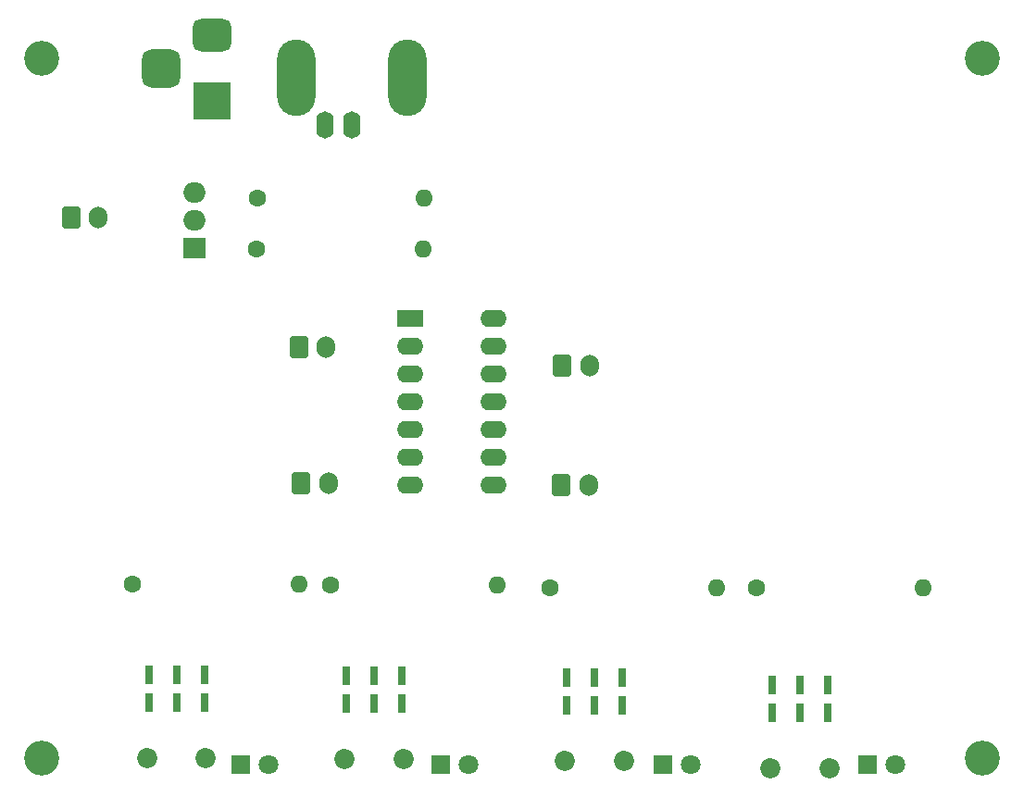
<source format=gbr>
%TF.GenerationSoftware,KiCad,Pcbnew,7.0.6*%
%TF.CreationDate,2023-12-12T17:12:19+00:00*%
%TF.ProjectId,BlankingRelay_Base,426c616e-6b69-46e6-9752-656c61795f42,rev?*%
%TF.SameCoordinates,Original*%
%TF.FileFunction,Soldermask,Top*%
%TF.FilePolarity,Negative*%
%FSLAX46Y46*%
G04 Gerber Fmt 4.6, Leading zero omitted, Abs format (unit mm)*
G04 Created by KiCad (PCBNEW 7.0.6) date 2023-12-12 17:12:19*
%MOMM*%
%LPD*%
G01*
G04 APERTURE LIST*
G04 Aperture macros list*
%AMRoundRect*
0 Rectangle with rounded corners*
0 $1 Rounding radius*
0 $2 $3 $4 $5 $6 $7 $8 $9 X,Y pos of 4 corners*
0 Add a 4 corners polygon primitive as box body*
4,1,4,$2,$3,$4,$5,$6,$7,$8,$9,$2,$3,0*
0 Add four circle primitives for the rounded corners*
1,1,$1+$1,$2,$3*
1,1,$1+$1,$4,$5*
1,1,$1+$1,$6,$7*
1,1,$1+$1,$8,$9*
0 Add four rect primitives between the rounded corners*
20,1,$1+$1,$2,$3,$4,$5,0*
20,1,$1+$1,$4,$5,$6,$7,0*
20,1,$1+$1,$6,$7,$8,$9,0*
20,1,$1+$1,$8,$9,$2,$3,0*%
G04 Aperture macros list end*
%ADD10C,1.600000*%
%ADD11O,1.600000X1.600000*%
%ADD12R,1.800000X1.800000*%
%ADD13C,1.800000*%
%ADD14C,3.200000*%
%ADD15O,1.600200X2.499360*%
%ADD16O,3.500120X7.000240*%
%ADD17R,0.750000X1.750000*%
%ADD18C,1.850000*%
%ADD19O,1.700000X2.000000*%
%ADD20RoundRect,0.250000X-0.600000X-0.750000X0.600000X-0.750000X0.600000X0.750000X-0.600000X0.750000X0*%
%ADD21R,2.400000X1.600000*%
%ADD22O,2.400000X1.600000*%
%ADD23R,3.500000X3.500000*%
%ADD24RoundRect,0.750000X-1.000000X0.750000X-1.000000X-0.750000X1.000000X-0.750000X1.000000X0.750000X0*%
%ADD25RoundRect,0.875000X-0.875000X0.875000X-0.875000X-0.875000X0.875000X-0.875000X0.875000X0.875000X0*%
%ADD26R,2.000000X1.905000*%
%ADD27O,2.000000X1.905000*%
G04 APERTURE END LIST*
D10*
%TO.C,R2*%
X61400000Y-129200000D03*
D11*
X76640000Y-129200000D03*
%TD*%
D12*
%TO.C,D2*%
X71500000Y-145600000D03*
D13*
X74040000Y-145600000D03*
%TD*%
D10*
%TO.C,R99*%
X54686000Y-93780000D03*
D11*
X69926000Y-93780000D03*
%TD*%
D14*
%TO.C,H4*%
X121000000Y-145000000D03*
%TD*%
D15*
%TO.C,J2*%
X63360000Y-87081050D03*
D16*
X58262220Y-82816390D03*
D15*
X60860640Y-87081050D03*
D16*
X68460320Y-82816390D03*
%TD*%
D14*
%TO.C,H3*%
X121000000Y-81000000D03*
%TD*%
%TO.C,H1*%
X35000000Y-145000000D03*
%TD*%
D17*
%TO.C,SW2*%
X62860000Y-137480000D03*
X65400000Y-137480000D03*
X67940000Y-137480000D03*
X62860000Y-140020000D03*
X65400000Y-140020000D03*
X67940000Y-140020000D03*
D18*
X62700000Y-145100000D03*
X68100000Y-145100000D03*
%TD*%
D17*
%TO.C,SW4*%
X101760000Y-138280000D03*
X104300000Y-138280000D03*
X106840000Y-138280000D03*
X101760000Y-140820000D03*
X104300000Y-140820000D03*
X106840000Y-140820000D03*
D18*
X101600000Y-145900000D03*
X107000000Y-145900000D03*
%TD*%
D10*
%TO.C,R98*%
X54660000Y-98420000D03*
D11*
X69900000Y-98420000D03*
%TD*%
D17*
%TO.C,SW3*%
X82960000Y-137680000D03*
X85500000Y-137680000D03*
X88040000Y-137680000D03*
X82960000Y-140220000D03*
X85500000Y-140220000D03*
X88040000Y-140220000D03*
D18*
X82800000Y-145300000D03*
X88200000Y-145300000D03*
%TD*%
D19*
%TO.C,J6*%
X85100000Y-109100000D03*
D20*
X82600000Y-109100000D03*
%TD*%
D10*
%TO.C,R4*%
X100300000Y-129400000D03*
D11*
X115540000Y-129400000D03*
%TD*%
D21*
%TO.C,U1*%
X68680000Y-104760000D03*
D22*
X68680000Y-107300000D03*
X68680000Y-109840000D03*
X68680000Y-112380000D03*
X68680000Y-114920000D03*
X68680000Y-117460000D03*
X68680000Y-120000000D03*
X76300000Y-120000000D03*
X76300000Y-117460000D03*
X76300000Y-114920000D03*
X76300000Y-112380000D03*
X76300000Y-109840000D03*
X76300000Y-107300000D03*
X76300000Y-104760000D03*
%TD*%
D10*
%TO.C,R3*%
X81500000Y-129400000D03*
D11*
X96740000Y-129400000D03*
%TD*%
D12*
%TO.C,D1*%
X53200000Y-145600000D03*
D13*
X55740000Y-145600000D03*
%TD*%
D17*
%TO.C,SW1*%
X44760000Y-137380000D03*
X47300000Y-137380000D03*
X49840000Y-137380000D03*
X44760000Y-139920000D03*
X47300000Y-139920000D03*
X49840000Y-139920000D03*
D18*
X44600000Y-145000000D03*
X50000000Y-145000000D03*
%TD*%
D20*
%TO.C,J7*%
X37650000Y-95575000D03*
D19*
X40150000Y-95575000D03*
%TD*%
D23*
%TO.C,J1*%
X50587500Y-84920000D03*
D24*
X50587500Y-78920000D03*
D25*
X45887500Y-81920000D03*
%TD*%
D20*
%TO.C,J3*%
X58500000Y-107400000D03*
D19*
X61000000Y-107400000D03*
%TD*%
D12*
%TO.C,D4*%
X110460000Y-145600000D03*
D13*
X113000000Y-145600000D03*
%TD*%
D14*
%TO.C,H2*%
X35000000Y-81000000D03*
%TD*%
D12*
%TO.C,D3*%
X91760000Y-145600000D03*
D13*
X94300000Y-145600000D03*
%TD*%
D19*
%TO.C,J4*%
X61200000Y-119900000D03*
D20*
X58700000Y-119900000D03*
%TD*%
D26*
%TO.C,U0*%
X48975000Y-98390000D03*
D27*
X48975000Y-95850000D03*
X48975000Y-93310000D03*
%TD*%
D20*
%TO.C,J5*%
X82500000Y-120000000D03*
D19*
X85000000Y-120000000D03*
%TD*%
D10*
%TO.C,R1*%
X43300000Y-129100000D03*
D11*
X58540000Y-129100000D03*
%TD*%
M02*

</source>
